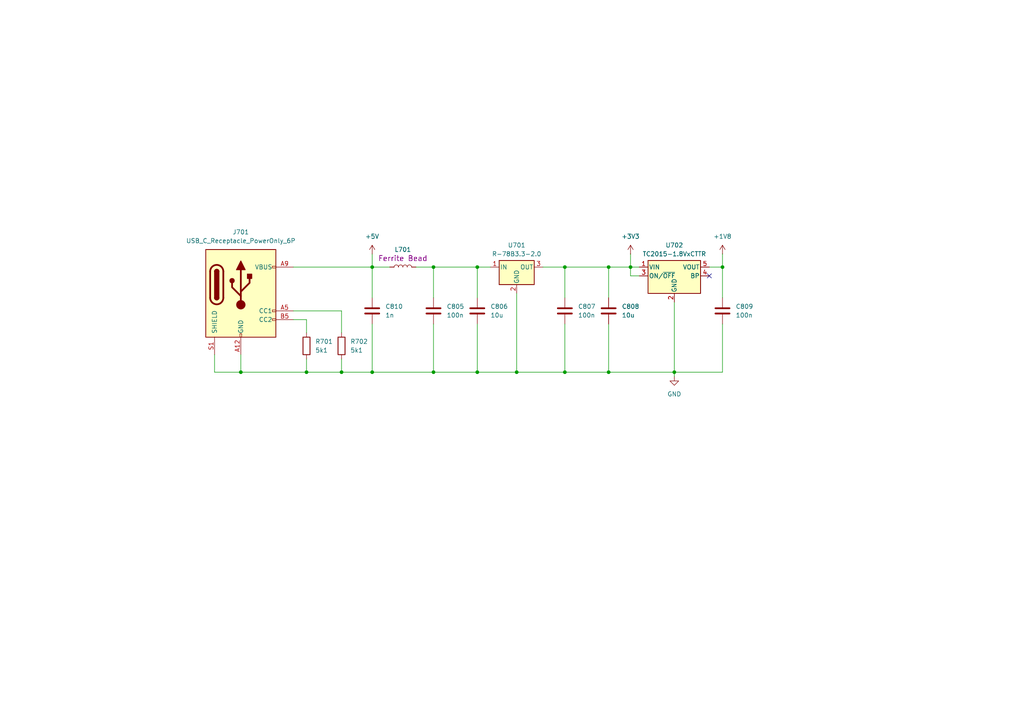
<source format=kicad_sch>
(kicad_sch (version 20250114) (generator "eeschema") (generator_version "9.0")
  (paper "A4")
  (lib_symbols
    (symbol "+3V3_1" (power) (pin_numbers (hide yes)) (pin_names (offset 0) (hide yes))
      (property "Value" "+3V3" (at 0 3.556 0))
      (symbol "+3V3_1_0_1"
        (polyline (pts (xy -0.762 1.27) (xy 0 2.54)))
        (polyline (pts (xy 0 2.54) (xy 0.762 1.27)))
        (polyline (pts (xy 0 0) (xy 0 2.54)))
      )
      (symbol "+3V3_1_1_1"
        (pin power_in line (at 0 0 90) (length 0) (name "~") (number "1"))
      )
    )
    (symbol "Connector:USB_C_Receptacle_PowerOnly_6P" (pin_names (offset 1.016))
      (property "Reference" "J" (at 0 16.51 0))
      (property "Value" "USB_C_Receptacle_PowerOnly_6P" (at 0 13.97 0))
      (symbol "USB_C_Receptacle_PowerOnly_6P_0_0"
        (rectangle (start -0.254 -12.7) (end 0.254 -11.684))
        (rectangle (start 10.16 7.874) (end 9.144 7.366))
        (rectangle (start 10.16 -4.826) (end 9.144 -5.334))
        (rectangle (start 10.16 -7.366) (end 9.144 -7.874))
      )
      (symbol "USB_C_Receptacle_PowerOnly_6P_0_1"
        (rectangle (start -10.16 12.7) (end 10.16 -12.7) (stroke (width 0.254)) (fill (type background)))
        (polyline (pts (xy -8.89 -1.27) (xy -8.89 6.35)) (stroke (width 0.508)))
        (rectangle (start -7.62 -1.27) (end -6.35 6.35) (stroke (width 0.254)) (fill (type outline)))
        (arc (start -7.62 6.35) (mid -6.985 6.9823) (end -6.35 6.35) (stroke (width 0.254)))
        (arc (start -7.62 6.35) (mid -6.985 6.9823) (end -6.35 6.35) (stroke (width 0.254)) (fill (type outline)))
        (arc (start -8.89 6.35) (mid -6.985 8.2467) (end -5.08 6.35) (stroke (width 0.508)))
        (arc (start -5.08 -1.27) (mid -6.985 -3.1667) (end -8.89 -1.27) (stroke (width 0.508)))
        (arc (start -6.35 -1.27) (mid -6.985 -1.9023) (end -7.62 -1.27) (stroke (width 0.254)))
        (arc (start -6.35 -1.27) (mid -6.985 -1.9023) (end -7.62 -1.27) (stroke (width 0.254)) (fill (type outline)))
        (polyline (pts (xy -5.08 6.35) (xy -5.08 -1.27)) (stroke (width 0.508)))
        (circle (center -2.54 3.683) (radius 0.635) (stroke (width 0.254)) (fill (type outline)))
        (polyline (pts (xy -1.27 6.858) (xy 0 9.398) (xy 1.27 6.858) (xy -1.27 6.858)) (stroke (width 0.254)) (fill (type outline)))
        (polyline (pts (xy 0 0.508) (xy 2.54 3.048) (xy 2.54 4.318)) (stroke (width 0.508)))
        (polyline (pts (xy 0 -0.762) (xy -2.54 1.778) (xy -2.54 3.048)) (stroke (width 0.508)))
        (polyline (pts (xy 0 -3.302) (xy 0 6.858)) (stroke (width 0.508)))
        (circle (center 0 -3.302) (radius 1.27) (fill (type outline)))
        (rectangle (start 1.905 4.318) (end 3.175 5.588) (stroke (width 0.254)) (fill (type outline)))
      )
      (symbol "USB_C_Receptacle_PowerOnly_6P_1_1"
        (pin passive line (at -7.62 -17.78 90) (length 5.08) (name "SHIELD") (number "S1"))
        (pin passive line (at 0 -17.78 90) (length 5.08) (name "GND") (number "A12"))
        (pin passive line (at 0 -17.78 90) (length 5.08) (hide yes) (name "GND") (number "B12"))
        (pin passive line (at 15.24 7.62 180) (length 5.08) (name "VBUS") (number "A9"))
        (pin passive line (at 15.24 7.62 180) (length 5.08) (hide yes) (name "VBUS") (number "B9"))
        (pin bidirectional line (at 15.24 -5.08 180) (length 5.08) (name "CC1") (number "A5"))
        (pin bidirectional line (at 15.24 -7.62 180) (length 5.08) (name "CC2") (number "B5"))
      )
    )
    (symbol "Device:C" (pin_numbers (hide yes)) (pin_names (offset 0.254))
      (property "Reference" "C" (at 0.635 2.54 0))
      (property "Value" "C" (at 0.635 -2.54 0))
      (symbol "C_0_1"
        (polyline (pts (xy -2.032 0.762) (xy 2.032 0.762)) (stroke (width 0.508)))
        (polyline (pts (xy -2.032 -0.762) (xy 2.032 -0.762)) (stroke (width 0.508)))
      )
      (symbol "C_1_1"
        (pin passive line (at 0 3.81 270) (length 2.794) (name "~") (number "1"))
        (pin passive line (at 0 -3.81 90) (length 2.794) (name "~") (number "2"))
      )
    )
    (symbol "Device:R" (pin_numbers (hide yes)) (pin_names (offset 0))
      (property "Reference" "R" (at 2.032 0 90))
      (property "Value" "R" (at 0 0 90))
      (symbol "R_0_1"
        (rectangle (start -1.016 -2.54) (end 1.016 2.54) (stroke (width 0.254)))
      )
      (symbol "R_1_1"
        (pin passive line (at 0 3.81 270) (length 1.27) (name "~") (number "1"))
        (pin passive line (at 0 -3.81 90) (length 1.27) (name "~") (number "2"))
      )
    )
    (symbol "GND_1" (power) (pin_numbers (hide yes)) (pin_names (offset 0) (hide yes))
      (property "Value" "GND" (at 0 -3.81 0))
      (symbol "GND_1_0_1"
        (polyline (pts (xy 0 0) (xy 0 -1.27) (xy 1.27 -1.27) (xy 0 -2.54) (xy -1.27 -1.27) (xy 0 -1.27)))
      )
      (symbol "GND_1_1_1"
        (pin power_in line (at 0 0 270) (length 0) (name "~") (number "1"))
      )
    )
    (symbol "PCM_4ms_Inductor:FerriteBead_0603_1.5A" (pin_numbers (hide yes)) (pin_names (offset 1.016) (hide yes))
      (property "Reference" "L" (at -1.27 0 90))
      (property "Display" "Ferrite Bead" (at 2.54 1.27 90))
      (symbol "FerriteBead_0603_1.5A_0_1"
        (arc (start 0 2.54) (mid 0.6323 1.905) (end 0 1.27))
        (arc (start 0 1.27) (mid 0.6323 0.635) (end 0 0))
        (arc (start 0 0) (mid 0.6323 -0.635) (end 0 -1.27))
        (arc (start 0 -1.27) (mid 0.6323 -1.905) (end 0 -2.54))
      )
      (symbol "FerriteBead_0603_1.5A_1_1"
        (pin passive line (at 0 3.81 270) (length 1.27) (name "1") (number "1"))
        (pin passive line (at 0 -3.81 90) (length 1.27) (name "2") (number "2"))
      )
    )
    (symbol "Regulator_Linear:TC2015-1.8VxCTTR" (pin_names (offset 0.254))
      (property "Reference" "U" (at -6.35 5.715 0))
      (property "Value" "TC2015-1.8VxCTTR" (at 0 5.715 0))
      (symbol "TC2015-1.8VxCTTR_0_1"
        (rectangle (start -7.62 -5.08) (end 7.62 4.445) (stroke (width 0.254)) (fill (type background)))
      )
      (symbol "TC2015-1.8VxCTTR_1_1"
        (pin power_in line (at -10.16 2.54 0) (length 2.54) (name "VIN") (number "1"))
        (pin input line (at -10.16 0 0) (length 2.54) (name "ON/~{OFF}") (number "3"))
        (pin power_in line (at 0 -7.62 90) (length 2.54) (name "GND") (number "2"))
        (pin power_out line (at 10.16 2.54 180) (length 2.54) (name "VOUT") (number "5"))
        (pin input line (at 10.16 0 180) (length 2.54) (name "BP") (number "4"))
      )
    )
    (symbol "Regulator_Switching:R-78B3.3-2.0" (pin_names (offset 0.254))
      (property "Reference" "U" (at -3.81 3.175 0))
      (property "Value" "R-78B3.3-2.0" (at 0 3.175 0))
      (symbol "R-78B3.3-2.0_0_1"
        (rectangle (start -5.08 1.905) (end 5.08 -5.08) (stroke (width 0.254)) (fill (type background)))
      )
      (symbol "R-78B3.3-2.0_1_1"
        (pin power_in line (at -7.62 0 0) (length 2.54) (name "IN") (number "1"))
        (pin power_in line (at 0 -7.62 90) (length 2.54) (name "GND") (number "2"))
        (pin power_out line (at 7.62 0 180) (length 2.54) (name "OUT") (number "3"))
      )
    )
    (symbol "power:+1V8" (power) (pin_numbers (hide yes)) (pin_names (offset 0) (hide yes))
      (property "Value" "+1V8" (at 0 3.556 0))
      (symbol "+1V8_0_1"
        (polyline (pts (xy -0.762 1.27) (xy 0 2.54)))
        (polyline (pts (xy 0 2.54) (xy 0.762 1.27)))
        (polyline (pts (xy 0 0) (xy 0 2.54)))
      )
      (symbol "+1V8_1_1"
        (pin power_in line (at 0 0 90) (length 0) (name "~") (number "1"))
      )
    )
    (symbol "power:+5V" (power) (pin_numbers (hide yes)) (pin_names (offset 0) (hide yes))
      (property "Value" "+5V" (at 0 3.556 0))
      (symbol "+5V_0_1"
        (polyline (pts (xy -0.762 1.27) (xy 0 2.54)))
        (polyline (pts (xy 0 2.54) (xy 0.762 1.27)))
        (polyline (pts (xy 0 0) (xy 0 2.54)))
      )
      (symbol "+5V_1_1"
        (pin power_in line (at 0 0 90) (length 0) (name "~") (number "1"))
      )
    )
  )
  (junction (at 69.85 107.95))
  (junction (at 195.58 107.95))
  (junction (at 209.55 77.47))
  (junction (at 138.43 107.95))
  (junction (at 125.73 107.95))
  (junction (at 125.73 77.47))
  (junction (at 182.88 77.47))
  (junction (at 107.95 77.47))
  (junction (at 99.06 107.95))
  (junction (at 176.53 107.95))
  (junction (at 107.95 107.95))
  (junction (at 149.86 107.95))
  (junction (at 163.83 107.95))
  (junction (at 88.9 107.95))
  (junction (at 163.83 77.47))
  (junction (at 176.53 77.47))
  (junction (at 138.43 77.47))
  (no_connect (at 205.74 80.01))
  (wire (pts (xy 163.83 77.47) (xy 163.83 86.36)))
  (wire (pts (xy 195.58 87.63) (xy 195.58 107.95)))
  (wire (pts (xy 88.9 92.71) (xy 85.09 92.71)))
  (wire (pts (xy 125.73 77.47) (xy 138.43 77.47)))
  (wire (pts (xy 182.88 73.66) (xy 182.88 77.47)))
  (wire (pts (xy 138.43 107.95) (xy 149.86 107.95)))
  (wire (pts (xy 120.65 77.47) (xy 125.73 77.47)))
  (wire (pts (xy 85.09 90.17) (xy 99.06 90.17)))
  (wire (pts (xy 205.74 77.47) (xy 209.55 77.47)))
  (wire (pts (xy 107.95 73.66) (xy 107.95 77.47)))
  (wire (pts (xy 138.43 77.47) (xy 138.43 86.36)))
  (wire (pts (xy 125.73 77.47) (xy 125.73 86.36)))
  (wire (pts (xy 209.55 93.98) (xy 209.55 107.95)))
  (wire (pts (xy 69.85 107.95) (xy 62.23 107.95)))
  (wire (pts (xy 99.06 107.95) (xy 107.95 107.95)))
  (wire (pts (xy 182.88 80.01) (xy 182.88 77.47)))
  (wire (pts (xy 88.9 107.95) (xy 99.06 107.95)))
  (wire (pts (xy 182.88 77.47) (xy 185.42 77.47)))
  (wire (pts (xy 163.83 77.47) (xy 176.53 77.47)))
  (wire (pts (xy 138.43 93.98) (xy 138.43 107.95)))
  (wire (pts (xy 99.06 104.14) (xy 99.06 107.95)))
  (wire (pts (xy 107.95 77.47) (xy 107.95 86.36)))
  (wire (pts (xy 195.58 109.22) (xy 195.58 107.95)))
  (wire (pts (xy 107.95 77.47) (xy 113.03 77.47)))
  (wire (pts (xy 185.42 80.01) (xy 182.88 80.01)))
  (wire (pts (xy 163.83 93.98) (xy 163.83 107.95)))
  (wire (pts (xy 125.73 107.95) (xy 138.43 107.95)))
  (wire (pts (xy 88.9 104.14) (xy 88.9 107.95)))
  (wire (pts (xy 176.53 107.95) (xy 195.58 107.95)))
  (wire (pts (xy 149.86 85.09) (xy 149.86 107.95)))
  (wire (pts (xy 69.85 107.95) (xy 88.9 107.95)))
  (wire (pts (xy 107.95 107.95) (xy 125.73 107.95)))
  (wire (pts (xy 62.23 107.95) (xy 62.23 102.87)))
  (wire (pts (xy 176.53 77.47) (xy 182.88 77.47)))
  (wire (pts (xy 88.9 96.52) (xy 88.9 92.71)))
  (wire (pts (xy 107.95 93.98) (xy 107.95 107.95)))
  (wire (pts (xy 85.09 77.47) (xy 107.95 77.47)))
  (wire (pts (xy 209.55 73.66) (xy 209.55 77.47)))
  (wire (pts (xy 163.83 107.95) (xy 176.53 107.95)))
  (wire (pts (xy 149.86 107.95) (xy 163.83 107.95)))
  (wire (pts (xy 176.53 77.47) (xy 176.53 86.36)))
  (wire (pts (xy 69.85 102.87) (xy 69.85 107.95)))
  (wire (pts (xy 209.55 107.95) (xy 195.58 107.95)))
  (wire (pts (xy 176.53 93.98) (xy 176.53 107.95)))
  (wire (pts (xy 125.73 93.98) (xy 125.73 107.95)))
  (wire (pts (xy 99.06 90.17) (xy 99.06 96.52)))
  (wire (pts (xy 157.48 77.47) (xy 163.83 77.47)))
  (wire (pts (xy 209.55 77.47) (xy 209.55 86.36)))
  (wire (pts (xy 142.24 77.47) (xy 138.43 77.47)))
  (symbol (lib_id "Regulator_Linear:TC2015-1.8VxCTTR") (at 195.58 80.01 0) (unit 1)
    (property "Reference" "U702" (at 195.58 71.12 0))
    (property "Value" "TC2015-1.8VxCTTR" (at 195.58 73.66 0))
    (property "Footprint" "Package_TO_SOT_SMD:SOT-23-5" (effects (hide yes)))
    (property "Datasheet" "http://ww1.microchip.com/downloads/en/DeviceDoc/21662F.pdf" (effects (hide yes)))
    (property "Description" "1.8V 100mA CMOS LDO with Shutdown and Vref Bypass, SOT-23-5" (effects (hide yes)))
  )
  (symbol (lib_name "+3V3_1") (lib_id "power:+3V3") (at 182.88 73.66 0) (mirror y) (unit 1)
    (property "Reference" "#PWR0409" (effects (hide yes)))
    (property "Value" "+3V3" (at 182.88 68.58 0))
    (property "Description" "Power symbol creates a global label with name \"+3V3\"" (effects (hide yes)))
  )
  (symbol (lib_id "Device:C") (at 176.53 90.17 0) (unit 1)
    (property "Reference" "C808" (at 180.34 88.8999 0) (effects (justify left)))
    (property "Value" "10u" (at 180.34 91.4399 0) (effects (justify left)))
    (property "Footprint" "Capacitor_SMD:C_0805_2012Metric_Pad1.18x1.45mm_HandSolder" (effects (hide yes)))
    (property "Description" "Unpolarized capacitor" (effects (hide yes)))
  )
  (symbol (lib_id "Device:C") (at 125.73 90.17 0) (unit 1)
    (property "Reference" "C805" (at 129.54 88.8999 0) (effects (justify left)))
    (property "Value" "100n" (at 129.54 91.4399 0) (effects (justify left)))
    (property "Footprint" "Capacitor_SMD:C_0603_1608Metric_Pad1.08x0.95mm_HandSolder" (effects (hide yes)))
    (property "Description" "Unpolarized capacitor" (effects (hide yes)))
  )
  (symbol (lib_id "Device:R") (at 88.9 100.33 0) (unit 1)
    (property "Reference" "R701" (at 91.44 99.0599 0) (effects (justify left)))
    (property "Value" "5k1" (at 91.44 101.5999 0) (effects (justify left)))
    (property "Footprint" "Resistor_SMD:R_0603_1608Metric_Pad0.98x0.95mm_HandSolder" (effects (hide yes)))
    (property "Description" "Resistor" (effects (hide yes)))
  )
  (symbol (lib_id "Connector:USB_C_Receptacle_PowerOnly_6P") (at 69.85 85.09 0) (unit 1)
    (property "Reference" "J701" (at 69.85 67.31 0))
    (property "Value" "USB_C_Receptacle_PowerOnly_6P" (at 69.85 69.85 0))
    (property "Footprint" "Connector_USB:USB_C_Receptacle_HRO_TYPE-C-31-M-17" (effects (hide yes)))
    (property "Datasheet" "https://www.usb.org/sites/default/files/documents/usb_type-c.zip" (effects (hide yes)))
    (property "Description" "USB Power-Only 6P Type-C Receptacle connector" (effects (hide yes)))
  )
  (symbol (lib_id "PCM_4ms_Inductor:FerriteBead_0603_1.5A") (at 116.84 77.47 90) (unit 1)
    (property "Reference" "L701" (at 116.84 72.39 90))
    (property "Value" "FerriteBead_0603_1.5A" (effects (hide yes)))
    (property "Footprint" "Inductor_SMD:L_0603_1608Metric_Pad1.05x0.95mm_HandSolder" (effects (hide yes)))
    (property "Description" "Chip Bead, Ferrite Chip Bead, Z=30Ω @ 100MHz, RmaxDC=90mΩ, ImaxDC=1.5A" (effects (hide yes)))
    (property "Specifications" "Chip Bead, Ferrite Chip Bead, Z=30Ω @ 100MHz, RmaxDC=90mΩ, ImaxDC=1.5A" (effects (hide yes)))
    (property "Manufacturer" "Laird" (effects (hide yes)))
    (property "Part Number" "MI0603K300R-10" (effects (hide yes)))
    (property "Display" "Ferrite Bead" (at 116.84 74.93 90) (effects (font (size 1.524 1.524))))
  )
  (symbol (lib_id "Device:C") (at 163.83 90.17 0) (unit 1)
    (property "Reference" "C807" (at 167.64 88.8999 0) (effects (justify left)))
    (property "Value" "100n" (at 167.64 91.4399 0) (effects (justify left)))
    (property "Footprint" "Capacitor_SMD:C_0603_1608Metric_Pad1.08x0.95mm_HandSolder" (effects (hide yes)))
    (property "Description" "Unpolarized capacitor" (effects (hide yes)))
  )
  (symbol (lib_id "Device:C") (at 138.43 90.17 0) (unit 1)
    (property "Reference" "C806" (at 142.24 88.8999 0) (effects (justify left)))
    (property "Value" "10u" (at 142.24 91.4399 0) (effects (justify left)))
    (property "Footprint" "Capacitor_SMD:C_0805_2012Metric_Pad1.18x1.45mm_HandSolder" (effects (hide yes)))
    (property "Description" "Unpolarized capacitor" (effects (hide yes)))
  )
  (symbol (lib_id "Device:R") (at 99.06 100.33 0) (unit 1)
    (property "Reference" "R702" (at 101.6 99.0599 0) (effects (justify left)))
    (property "Value" "5k1" (at 101.6 101.5999 0) (effects (justify left)))
    (property "Footprint" "Resistor_SMD:R_0603_1608Metric_Pad0.98x0.95mm_HandSolder" (effects (hide yes)))
    (property "Description" "Resistor" (effects (hide yes)))
  )
  (symbol (lib_name "GND_1") (lib_id "power:GND") (at 195.58 109.22 0) (unit 1)
    (property "Reference" "#PWR0703" (effects (hide yes)))
    (property "Value" "GND" (at 195.58 114.3 0))
    (property "Description" "Power symbol creates a global label with name \"GND\" , ground" (effects (hide yes)))
  )
  (symbol (lib_id "Regulator_Switching:R-78B3.3-2.0") (at 149.86 77.47 0) (unit 1)
    (property "Reference" "U701" (at 149.86 71.12 0))
    (property "Value" "R-78B3.3-2.0" (at 149.86 73.66 0))
    (property "Footprint" "Converter_DCDC:Converter_DCDC_RECOM_R-78B-2.0_THT" (effects (hide yes)))
    (property "Datasheet" "https://www.recom-power.com/pdf/Innoline/R-78Bxx-2.0.pdf" (effects (hide yes)))
    (property "Description" "2A Step-Down DC/DC-Regulator, 4.75-32V input, 3.3V fixed Output Voltage, LM78xx replacement, -40°C to +85°C, SIP3" (effects (hide yes)))
  )
  (symbol (lib_id "power:+5V") (at 107.95 73.66 0) (unit 1)
    (property "Reference" "#PWR0701" (effects (hide yes)))
    (property "Value" "+5V" (at 107.95 68.58 0))
    (property "Description" "Power symbol creates a global label with name \"+5V\"" (effects (hide yes)))
  )
  (symbol (lib_id "Device:C") (at 209.55 90.17 0) (unit 1)
    (property "Reference" "C809" (at 213.36 88.8999 0) (effects (justify left)))
    (property "Value" "100n" (at 213.36 91.4399 0) (effects (justify left)))
    (property "Footprint" "Capacitor_SMD:C_0603_1608Metric_Pad1.08x0.95mm_HandSolder" (effects (hide yes)))
    (property "Description" "Unpolarized capacitor" (effects (hide yes)))
  )
  (symbol (lib_id "power:+1V8") (at 209.55 73.66 0) (unit 1)
    (property "Reference" "#PWR0704" (effects (hide yes)))
    (property "Value" "+1V8" (at 209.55 68.58 0))
    (property "Description" "Power symbol creates a global label with name \"+1V8\"" (effects (hide yes)))
  )
  (symbol (lib_id "Device:C") (at 107.95 90.17 0) (unit 1)
    (property "Reference" "C810" (at 111.76 88.8999 0) (effects (justify left)))
    (property "Value" "1n" (at 111.76 91.4399 0) (effects (justify left)))
    (property "Footprint" "Capacitor_SMD:C_0603_1608Metric_Pad1.08x0.95mm_HandSolder" (effects (hide yes)))
    (property "Description" "Unpolarized capacitor" (effects (hide yes)))
  )
)
</source>
